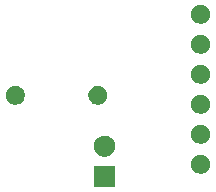
<source format=gbr>
G04 #@! TF.GenerationSoftware,KiCad,Pcbnew,(5.1.5)-3*
G04 #@! TF.CreationDate,2020-12-21T12:28:59+01:00*
G04 #@! TF.ProjectId,epimetheus_bme680,6570696d-6574-4686-9575-735f626d6536,rev?*
G04 #@! TF.SameCoordinates,Original*
G04 #@! TF.FileFunction,Soldermask,Bot*
G04 #@! TF.FilePolarity,Negative*
%FSLAX46Y46*%
G04 Gerber Fmt 4.6, Leading zero omitted, Abs format (unit mm)*
G04 Created by KiCad (PCBNEW (5.1.5)-3) date 2020-12-21 12:28:59*
%MOMM*%
%LPD*%
G04 APERTURE LIST*
%ADD10C,0.100000*%
G04 APERTURE END LIST*
D10*
G36*
X171843000Y-38747000D02*
G01*
X170041000Y-38747000D01*
X170041000Y-36945000D01*
X171843000Y-36945000D01*
X171843000Y-38747000D01*
G37*
G36*
X179307142Y-36048242D02*
G01*
X179455101Y-36109529D01*
X179588255Y-36198499D01*
X179701501Y-36311745D01*
X179790471Y-36444899D01*
X179851758Y-36592858D01*
X179883000Y-36749925D01*
X179883000Y-36910075D01*
X179851758Y-37067142D01*
X179790471Y-37215101D01*
X179701501Y-37348255D01*
X179588255Y-37461501D01*
X179455101Y-37550471D01*
X179307142Y-37611758D01*
X179150075Y-37643000D01*
X178989925Y-37643000D01*
X178832858Y-37611758D01*
X178684899Y-37550471D01*
X178551745Y-37461501D01*
X178438499Y-37348255D01*
X178349529Y-37215101D01*
X178288242Y-37067142D01*
X178257000Y-36910075D01*
X178257000Y-36749925D01*
X178288242Y-36592858D01*
X178349529Y-36444899D01*
X178438499Y-36311745D01*
X178551745Y-36198499D01*
X178684899Y-36109529D01*
X178832858Y-36048242D01*
X178989925Y-36017000D01*
X179150075Y-36017000D01*
X179307142Y-36048242D01*
G37*
G36*
X171055512Y-34409927D02*
G01*
X171204812Y-34439624D01*
X171368784Y-34507544D01*
X171516354Y-34606147D01*
X171641853Y-34731646D01*
X171740456Y-34879216D01*
X171808376Y-35043188D01*
X171843000Y-35217259D01*
X171843000Y-35394741D01*
X171808376Y-35568812D01*
X171740456Y-35732784D01*
X171641853Y-35880354D01*
X171516354Y-36005853D01*
X171368784Y-36104456D01*
X171204812Y-36172376D01*
X171073479Y-36198499D01*
X171030742Y-36207000D01*
X170853258Y-36207000D01*
X170810521Y-36198499D01*
X170679188Y-36172376D01*
X170515216Y-36104456D01*
X170367646Y-36005853D01*
X170242147Y-35880354D01*
X170143544Y-35732784D01*
X170075624Y-35568812D01*
X170041000Y-35394741D01*
X170041000Y-35217259D01*
X170075624Y-35043188D01*
X170143544Y-34879216D01*
X170242147Y-34731646D01*
X170367646Y-34606147D01*
X170515216Y-34507544D01*
X170679188Y-34439624D01*
X170828488Y-34409927D01*
X170853258Y-34405000D01*
X171030742Y-34405000D01*
X171055512Y-34409927D01*
G37*
G36*
X179307142Y-33508242D02*
G01*
X179455101Y-33569529D01*
X179588255Y-33658499D01*
X179701501Y-33771745D01*
X179790471Y-33904899D01*
X179851758Y-34052858D01*
X179883000Y-34209925D01*
X179883000Y-34370075D01*
X179851758Y-34527142D01*
X179790471Y-34675101D01*
X179701501Y-34808255D01*
X179588255Y-34921501D01*
X179455101Y-35010471D01*
X179307142Y-35071758D01*
X179150075Y-35103000D01*
X178989925Y-35103000D01*
X178832858Y-35071758D01*
X178684899Y-35010471D01*
X178551745Y-34921501D01*
X178438499Y-34808255D01*
X178349529Y-34675101D01*
X178288242Y-34527142D01*
X178257000Y-34370075D01*
X178257000Y-34209925D01*
X178288242Y-34052858D01*
X178349529Y-33904899D01*
X178438499Y-33771745D01*
X178551745Y-33658499D01*
X178684899Y-33569529D01*
X178832858Y-33508242D01*
X178989925Y-33477000D01*
X179150075Y-33477000D01*
X179307142Y-33508242D01*
G37*
G36*
X179307142Y-30968242D02*
G01*
X179455101Y-31029529D01*
X179588255Y-31118499D01*
X179701501Y-31231745D01*
X179790471Y-31364899D01*
X179851758Y-31512858D01*
X179883000Y-31669925D01*
X179883000Y-31830075D01*
X179851758Y-31987142D01*
X179790471Y-32135101D01*
X179701501Y-32268255D01*
X179588255Y-32381501D01*
X179455101Y-32470471D01*
X179307142Y-32531758D01*
X179150075Y-32563000D01*
X178989925Y-32563000D01*
X178832858Y-32531758D01*
X178684899Y-32470471D01*
X178551745Y-32381501D01*
X178438499Y-32268255D01*
X178349529Y-32135101D01*
X178288242Y-31987142D01*
X178257000Y-31830075D01*
X178257000Y-31669925D01*
X178288242Y-31512858D01*
X178349529Y-31364899D01*
X178438499Y-31231745D01*
X178551745Y-31118499D01*
X178684899Y-31029529D01*
X178832858Y-30968242D01*
X178989925Y-30937000D01*
X179150075Y-30937000D01*
X179307142Y-30968242D01*
G37*
G36*
X163606642Y-30217781D02*
G01*
X163752414Y-30278162D01*
X163752416Y-30278163D01*
X163883608Y-30365822D01*
X163995178Y-30477392D01*
X164082837Y-30608584D01*
X164082838Y-30608586D01*
X164143219Y-30754358D01*
X164174000Y-30909107D01*
X164174000Y-31066893D01*
X164143219Y-31221642D01*
X164139034Y-31231745D01*
X164082837Y-31367416D01*
X163995178Y-31498608D01*
X163883608Y-31610178D01*
X163752416Y-31697837D01*
X163752415Y-31697838D01*
X163752414Y-31697838D01*
X163606642Y-31758219D01*
X163451893Y-31789000D01*
X163294107Y-31789000D01*
X163139358Y-31758219D01*
X162993586Y-31697838D01*
X162993585Y-31697838D01*
X162993584Y-31697837D01*
X162862392Y-31610178D01*
X162750822Y-31498608D01*
X162663163Y-31367416D01*
X162606966Y-31231745D01*
X162602781Y-31221642D01*
X162572000Y-31066893D01*
X162572000Y-30909107D01*
X162602781Y-30754358D01*
X162663162Y-30608586D01*
X162663163Y-30608584D01*
X162750822Y-30477392D01*
X162862392Y-30365822D01*
X162993584Y-30278163D01*
X162993586Y-30278162D01*
X163139358Y-30217781D01*
X163294107Y-30187000D01*
X163451893Y-30187000D01*
X163606642Y-30217781D01*
G37*
G36*
X170606642Y-30217781D02*
G01*
X170752414Y-30278162D01*
X170752416Y-30278163D01*
X170883608Y-30365822D01*
X170995178Y-30477392D01*
X171082837Y-30608584D01*
X171082838Y-30608586D01*
X171143219Y-30754358D01*
X171174000Y-30909107D01*
X171174000Y-31066893D01*
X171143219Y-31221642D01*
X171139034Y-31231745D01*
X171082837Y-31367416D01*
X170995178Y-31498608D01*
X170883608Y-31610178D01*
X170752416Y-31697837D01*
X170752415Y-31697838D01*
X170752414Y-31697838D01*
X170606642Y-31758219D01*
X170451893Y-31789000D01*
X170294107Y-31789000D01*
X170139358Y-31758219D01*
X169993586Y-31697838D01*
X169993585Y-31697838D01*
X169993584Y-31697837D01*
X169862392Y-31610178D01*
X169750822Y-31498608D01*
X169663163Y-31367416D01*
X169606966Y-31231745D01*
X169602781Y-31221642D01*
X169572000Y-31066893D01*
X169572000Y-30909107D01*
X169602781Y-30754358D01*
X169663162Y-30608586D01*
X169663163Y-30608584D01*
X169750822Y-30477392D01*
X169862392Y-30365822D01*
X169993584Y-30278163D01*
X169993586Y-30278162D01*
X170139358Y-30217781D01*
X170294107Y-30187000D01*
X170451893Y-30187000D01*
X170606642Y-30217781D01*
G37*
G36*
X179307142Y-28428242D02*
G01*
X179455101Y-28489529D01*
X179588255Y-28578499D01*
X179701501Y-28691745D01*
X179790471Y-28824899D01*
X179851758Y-28972858D01*
X179883000Y-29129925D01*
X179883000Y-29290075D01*
X179851758Y-29447142D01*
X179790471Y-29595101D01*
X179701501Y-29728255D01*
X179588255Y-29841501D01*
X179455101Y-29930471D01*
X179307142Y-29991758D01*
X179150075Y-30023000D01*
X178989925Y-30023000D01*
X178832858Y-29991758D01*
X178684899Y-29930471D01*
X178551745Y-29841501D01*
X178438499Y-29728255D01*
X178349529Y-29595101D01*
X178288242Y-29447142D01*
X178257000Y-29290075D01*
X178257000Y-29129925D01*
X178288242Y-28972858D01*
X178349529Y-28824899D01*
X178438499Y-28691745D01*
X178551745Y-28578499D01*
X178684899Y-28489529D01*
X178832858Y-28428242D01*
X178989925Y-28397000D01*
X179150075Y-28397000D01*
X179307142Y-28428242D01*
G37*
G36*
X179307142Y-25888242D02*
G01*
X179455101Y-25949529D01*
X179588255Y-26038499D01*
X179701501Y-26151745D01*
X179790471Y-26284899D01*
X179851758Y-26432858D01*
X179883000Y-26589925D01*
X179883000Y-26750075D01*
X179851758Y-26907142D01*
X179790471Y-27055101D01*
X179701501Y-27188255D01*
X179588255Y-27301501D01*
X179455101Y-27390471D01*
X179307142Y-27451758D01*
X179150075Y-27483000D01*
X178989925Y-27483000D01*
X178832858Y-27451758D01*
X178684899Y-27390471D01*
X178551745Y-27301501D01*
X178438499Y-27188255D01*
X178349529Y-27055101D01*
X178288242Y-26907142D01*
X178257000Y-26750075D01*
X178257000Y-26589925D01*
X178288242Y-26432858D01*
X178349529Y-26284899D01*
X178438499Y-26151745D01*
X178551745Y-26038499D01*
X178684899Y-25949529D01*
X178832858Y-25888242D01*
X178989925Y-25857000D01*
X179150075Y-25857000D01*
X179307142Y-25888242D01*
G37*
G36*
X179307142Y-23348242D02*
G01*
X179455101Y-23409529D01*
X179588255Y-23498499D01*
X179701501Y-23611745D01*
X179790471Y-23744899D01*
X179851758Y-23892858D01*
X179883000Y-24049925D01*
X179883000Y-24210075D01*
X179851758Y-24367142D01*
X179790471Y-24515101D01*
X179701501Y-24648255D01*
X179588255Y-24761501D01*
X179455101Y-24850471D01*
X179307142Y-24911758D01*
X179150075Y-24943000D01*
X178989925Y-24943000D01*
X178832858Y-24911758D01*
X178684899Y-24850471D01*
X178551745Y-24761501D01*
X178438499Y-24648255D01*
X178349529Y-24515101D01*
X178288242Y-24367142D01*
X178257000Y-24210075D01*
X178257000Y-24049925D01*
X178288242Y-23892858D01*
X178349529Y-23744899D01*
X178438499Y-23611745D01*
X178551745Y-23498499D01*
X178684899Y-23409529D01*
X178832858Y-23348242D01*
X178989925Y-23317000D01*
X179150075Y-23317000D01*
X179307142Y-23348242D01*
G37*
M02*

</source>
